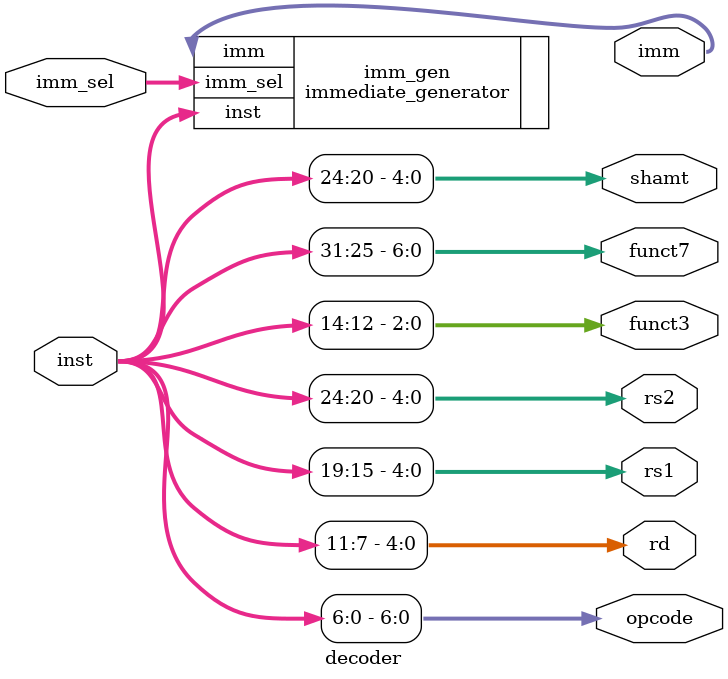
<source format=v>

module decoder #()(
    input [31:0] inst,
    input [2:0] imm_sel,
    output reg [6:0] opcode,
    output reg [4:0] rd,
    output reg [4:0] rs1,
    output reg [4:0] rs2,
    output reg [2:0] funct3,
    output reg [6:0] funct7,
    output reg [4:0] shamt,
    output [31:0] imm
);
    
    //instruction decoder
    always @ (*) begin
        opcode = inst[6:0];
        rd = inst[11:7];
        rs1 = inst[19:15];
        rs2 = inst[24:20];
        funct3 = inst[14:12];
        funct7 = inst[31:25];
        shamt = inst[24:20];
    end

    immediate_generator imm_gen (
        .inst(inst),
        .imm_sel(imm_sel),
        .imm(imm)
    );

endmodule

</source>
